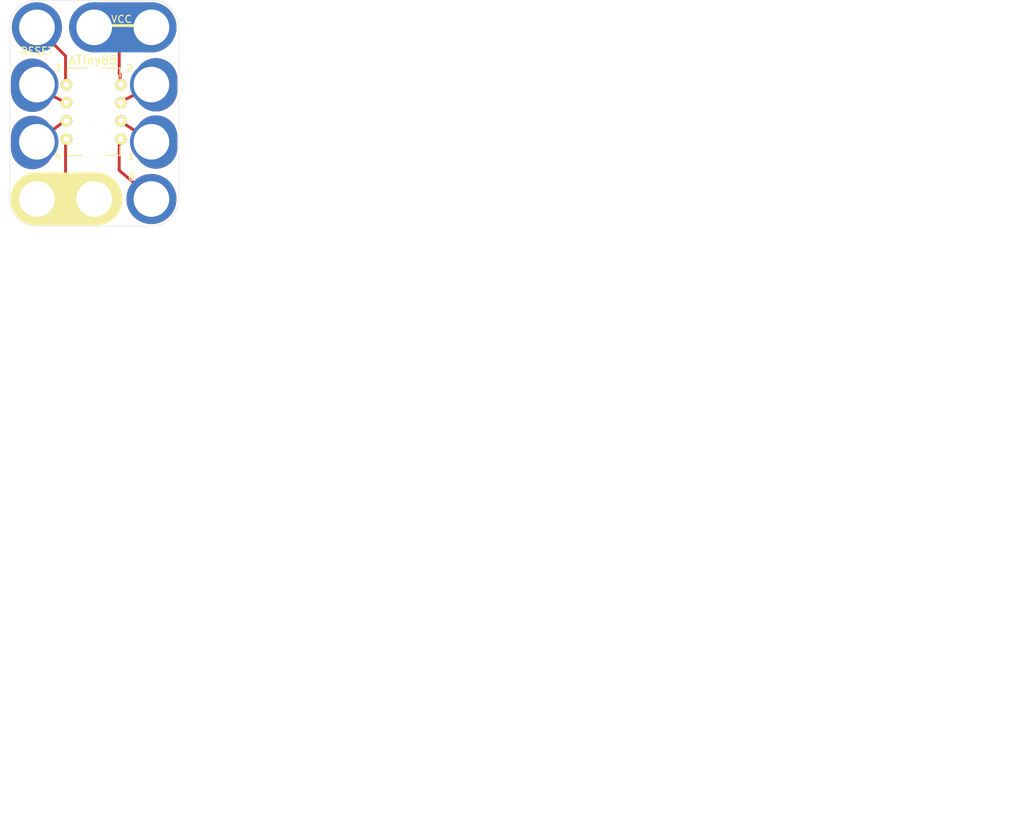
<source format=kicad_pcb>
(kicad_pcb (version 4) (host pcbnew 4.0.7-e2-6376~58~ubuntu16.04.1)

  (general
    (links 10)
    (no_connects 9)
    (area -0.889 51.067399 141.955759 168.0972)
    (thickness 1.6)
    (drawings 1)
    (tracks 1)
    (zones 0)
    (modules 1)
    (nets 9)
  )

  (page USLetter)
  (title_block
    (title "3x4 ATtiny85 8DIP Breakout Module")
    (date "18 Jan 2017")
    (rev 1.0)
    (company "All rights reserved.")
    (comment 1 help@browndoggadgets.com)
    (comment 2 http://browndoggadgets.com/)
    (comment 3 "Brown Dog Gadgets")
  )

  (layers
    (0 F.Cu signal)
    (31 B.Cu signal)
    (34 B.Paste user)
    (35 F.Paste user)
    (36 B.SilkS user)
    (37 F.SilkS user)
    (38 B.Mask user)
    (39 F.Mask user)
    (40 Dwgs.User user)
    (44 Edge.Cuts user)
    (46 B.CrtYd user)
    (47 F.CrtYd user)
    (48 B.Fab user)
    (49 F.Fab user)
  )

  (setup
    (last_trace_width 0.254)
    (user_trace_width 0.1524)
    (user_trace_width 0.254)
    (user_trace_width 0.3302)
    (user_trace_width 0.508)
    (user_trace_width 0.762)
    (user_trace_width 1.27)
    (trace_clearance 0.254)
    (zone_clearance 0.508)
    (zone_45_only no)
    (trace_min 0.1524)
    (segment_width 0.1524)
    (edge_width 0.1524)
    (via_size 0.6858)
    (via_drill 0.3302)
    (via_min_size 0.6858)
    (via_min_drill 0.3302)
    (user_via 0.6858 0.3302)
    (user_via 0.762 0.4064)
    (user_via 0.8636 0.508)
    (uvia_size 0.6858)
    (uvia_drill 0.3302)
    (uvias_allowed no)
    (uvia_min_size 0)
    (uvia_min_drill 0)
    (pcb_text_width 0.1524)
    (pcb_text_size 1.016 1.016)
    (mod_edge_width 0.1524)
    (mod_text_size 1.016 1.016)
    (mod_text_width 0.1524)
    (pad_size 6 6)
    (pad_drill 4.98)
    (pad_to_mask_clearance 0.0762)
    (solder_mask_min_width 0.1016)
    (pad_to_paste_clearance -0.0762)
    (aux_axis_origin 0 0)
    (visible_elements FFFEDF7D)
    (pcbplotparams
      (layerselection 0x310fc_80000001)
      (usegerberextensions true)
      (excludeedgelayer true)
      (linewidth 0.100000)
      (plotframeref false)
      (viasonmask false)
      (mode 1)
      (useauxorigin false)
      (hpglpennumber 1)
      (hpglpenspeed 20)
      (hpglpendiameter 15)
      (hpglpenoverlay 2)
      (psnegative false)
      (psa4output false)
      (plotreference true)
      (plotvalue true)
      (plotinvisibletext false)
      (padsonsilk false)
      (subtractmaskfromsilk false)
      (outputformat 1)
      (mirror false)
      (drillshape 0)
      (scaleselection 1)
      (outputdirectory gerbers))
  )

  (net 0 "")
  (net 1 "Net-(U1-Pad1)")
  (net 2 "Net-(U1-Pad2)")
  (net 3 "Net-(U1-Pad3)")
  (net 4 "Net-(U1-Pad4)")
  (net 5 "Net-(U1-Pad5)")
  (net 6 "Net-(U1-Pad6)")
  (net 7 "Net-(U1-Pad7)")
  (net 8 "Net-(U1-Pad8)")

  (net_class Default "This is the default net class."
    (clearance 0.254)
    (trace_width 0.254)
    (via_dia 0.6858)
    (via_drill 0.3302)
    (uvia_dia 0.6858)
    (uvia_drill 0.3302)
    (add_net "Net-(U1-Pad1)")
    (add_net "Net-(U1-Pad2)")
    (add_net "Net-(U1-Pad3)")
    (add_net "Net-(U1-Pad4)")
    (add_net "Net-(U1-Pad5)")
    (add_net "Net-(U1-Pad6)")
    (add_net "Net-(U1-Pad7)")
    (add_net "Net-(U1-Pad8)")
  )

  (module Crazy_Circuits:DIP8-3x4-ATtiny85 (layer F.Cu) (tedit 59D934EB) (tstamp 58FBB664)
    (at 4.2692 79.1464)
    (descr "8-lead dip package, row spacing 7.62 mm (300 mils)")
    (tags "dil dip 2.54 300")
    (path /5880402D)
    (fp_text reference U1 (at 8.377 -12) (layer F.Fab)
      (effects (font (size 1 1) (thickness 0.15)))
    )
    (fp_text value ATTINY85-P (at 0 -4) (layer B.SilkS) hide
      (effects (font (size 1 1) (thickness 0.15)) (justify mirror))
    )
    (fp_line (start -0.635 -16.637) (end -0.635 -15.1765) (layer B.Cu) (width 6))
    (fp_arc (start 8.382 -18.415) (end 9.652 -18.415) (angle 180) (layer F.Fab) (width 0.1))
    (fp_line (start 12.192 -18.415) (end 3.937 -18.415) (layer F.Fab) (width 0.1))
    (fp_line (start 12.192 -5.715) (end 12.192 -18.415) (layer F.Fab) (width 0.1))
    (fp_line (start 3.937 -5.715) (end 12.192 -5.715) (layer F.Fab) (width 0.1))
    (fp_line (start 3.937 -18.415) (end 3.937 -5.715) (layer F.Fab) (width 0.1))
    (fp_text user ATiny85 (at 7.8232 -19.4056) (layer F.SilkS)
      (effects (font (size 1.2 1.2) (thickness 0.2)))
    )
    (fp_line (start 0 0) (end 8 0) (layer B.Cu) (width 7))
    (fp_line (start 4 -11) (end 0 -8) (layer F.Cu) (width 0.4064))
    (fp_line (start 0 -15.5) (end 4 -13.5) (layer F.Cu) (width 0.4064))
    (fp_line (start 4 -20) (end 0 -24) (layer F.Cu) (width 0.4064))
    (fp_line (start 4 -16) (end 4 -20) (layer F.Cu) (width 0.4064))
    (fp_line (start 8 -24.25) (end 16 -24.25) (layer F.Cu) (width 0.4064))
    (fp_line (start 11.5 -17.5) (end 11.5 -24.25) (layer F.Cu) (width 0.4064))
    (fp_line (start 11.5 -13.5) (end 16 -15.75) (layer F.Cu) (width 0.4064))
    (fp_line (start 11.5 -11) (end 16 -8) (layer F.Cu) (width 0.4064))
    (fp_line (start 11.5 -4) (end 16.25 0) (layer F.Cu) (width 0.4064))
    (fp_line (start 11.5 -8.5) (end 11.5 -4) (layer F.Cu) (width 0.4064))
    (fp_line (start 0 0) (end 8.25 0) (layer F.SilkS) (width 7.4))
    (fp_line (start 4 -8.25) (end 4 0) (layer F.Cu) (width 0.4064))
    (fp_line (start 11.627 -17.5) (end 11.627 -16) (layer F.Cu) (width 0.4064))
    (fp_text user %R (at 8.127 -16 90) (layer F.Fab) hide
      (effects (font (size 1 1) (thickness 0.15)))
    )
    (fp_line (start 0 3.8) (end 16 3.8) (layer Edge.Cuts) (width 0.05))
    (fp_line (start -3.8 -24) (end -3.8 0) (layer Edge.Cuts) (width 0.05))
    (fp_line (start 19.8 -24) (end 19.8 0) (layer Edge.Cuts) (width 0.05))
    (fp_line (start 0 -27.8) (end 16 -27.8) (layer Edge.Cuts) (width 0.05))
    (fp_arc (start 0 -24) (end -3.8 -24) (angle 90) (layer Edge.Cuts) (width 0.05))
    (fp_arc (start 0 0) (end 0 3.8) (angle 90) (layer Edge.Cuts) (width 0.05))
    (fp_arc (start 16 0) (end 19.8 0) (angle 90) (layer Edge.Cuts) (width 0.05))
    (fp_arc (start 16 -24) (end 16 -27.8) (angle 90) (layer Edge.Cuts) (width 0.05))
    (fp_line (start 0 3.8) (end 16 3.8) (layer F.Fab) (width 0.05))
    (fp_line (start -3.8 -24) (end -3.8 0) (layer F.Fab) (width 0.05))
    (fp_line (start 19.8 -24) (end 19.8 0) (layer F.Fab) (width 0.05))
    (fp_line (start 0 -27.8) (end 16 -27.8) (layer F.Fab) (width 0.05))
    (fp_arc (start 0 -24) (end -3.8 -24) (angle 90) (layer F.Fab) (width 0.05))
    (fp_arc (start 0 0) (end 0 3.8) (angle 90) (layer F.Fab) (width 0.05))
    (fp_arc (start 16 0) (end 19.8 0) (angle 90) (layer F.Fab) (width 0.05))
    (fp_arc (start 16 -24) (end 16 -27.8) (angle 90) (layer F.Fab) (width 0.05))
    (fp_line (start 4.262 -18.295) (end 4.262 -17.025) (layer F.SilkS) (width 0.15))
    (fp_line (start 11.612 -18.295) (end 11.612 -17.025) (layer F.SilkS) (width 0.15))
    (fp_line (start 11.612 -6.085) (end 11.612 -7.355) (layer F.SilkS) (width 0.15))
    (fp_line (start 4.262 -6.085) (end 4.262 -7.355) (layer F.SilkS) (width 0.15))
    (fp_line (start 4.262 -18.295) (end 11.612 -18.295) (layer F.SilkS) (width 0.15))
    (fp_line (start 4.262 -6.085) (end 11.612 -6.085) (layer F.SilkS) (width 0.15))
    (fp_text user VCC (at 11.811 -25.146) (layer F.SilkS)
      (effects (font (size 1 1) (thickness 0.15)))
    )
    (fp_line (start 8 -24.25) (end 16.25 -24.25) (layer F.SilkS) (width 0.4064))
    (fp_text user 3 (at 2.921 -18.288 180) (layer F.SilkS)
      (effects (font (size 1 1) (thickness 0.15)))
    )
    (fp_line (start 0 0) (end 8 0) (layer B.Mask) (width 7))
    (fp_text user RESET (at 0 -20.701 180) (layer F.SilkS)
      (effects (font (size 1 1) (thickness 0.15)))
    )
    (fp_text user 4 (at 2.921 -5.969 180) (layer F.SilkS)
      (effects (font (size 1 1) (thickness 0.15)))
    )
    (fp_text user 1 (at 13.208 -5.969 180) (layer F.SilkS)
      (effects (font (size 1 1) (thickness 0.15)))
    )
    (fp_text user 0 (at 13.208 -3.048) (layer F.SilkS)
      (effects (font (size 1 1) (thickness 0.15)))
    )
    (fp_line (start 8.001 -24.003) (end 16.001 -24.003) (layer B.Cu) (width 7))
    (fp_line (start 8.001 -24.003) (end 16.001 -24.003) (layer B.Mask) (width 7))
    (fp_arc (start -0.054702 -16.019596) (end 0 -13.081) (angle 182.1) (layer B.Mask) (width 1))
    (fp_arc (start 0 -24.003) (end -2.413 -22.225) (angle 250.7646874) (layer F.Mask) (width 1))
    (fp_arc (start 8.001 -24.003) (end 10.668 -22.606) (angle 276.7343407) (layer F.Mask) (width 1))
    (fp_arc (start 16.002 -24.003) (end 13.97 -26.162) (angle 288.820355) (layer F.Mask) (width 1))
    (fp_arc (start 15.984404 0) (end 16.129 -2.921) (angle 293.7311047) (layer F.Mask) (width 1))
    (fp_arc (start -0.054702 -8.018596) (end 0 -5.08) (angle 182.1) (layer B.Mask) (width 1))
    (fp_line (start -0.635 -8.636) (end -0.635 -7.1755) (layer B.Cu) (width 6))
    (fp_line (start 16.637 -7.239) (end 16.637 -8.6995) (layer B.Cu) (width 6))
    (fp_arc (start 16.056702 -7.856404) (end 16.002 -10.795) (angle 182.1) (layer B.Mask) (width 1))
    (fp_line (start 16.637 -15.24) (end 16.637 -16.7005) (layer B.Cu) (width 6))
    (fp_arc (start 16.056702 -15.857404) (end 16.002 -18.796) (angle 182.1) (layer B.Mask) (width 1))
    (fp_line (start 16.637 -15.24) (end 16.637 -16.7005) (layer F.Cu) (width 6))
    (fp_arc (start 16.056702 -15.857404) (end 16.002 -18.796) (angle 182.1457648) (layer F.Mask) (width 1))
    (fp_line (start 16.637 -7.239) (end 16.637 -8.6995) (layer F.Cu) (width 6))
    (fp_arc (start 16.056702 -7.856404) (end 16.002 -10.795) (angle 182.1457648) (layer F.Mask) (width 1))
    (fp_line (start -0.635 -16.637) (end -0.635 -15.1765) (layer F.Cu) (width 6))
    (fp_arc (start -0.054702 -16.019596) (end 0 -13.081) (angle 182.1457648) (layer F.Mask) (width 1))
    (fp_line (start -0.635 -8.636) (end -0.635 -7.1755) (layer F.Cu) (width 6))
    (fp_arc (start -0.054702 -8.018596) (end 0 -5.08) (angle 182.1457648) (layer F.Mask) (width 1))
    (fp_text user 2 (at 12.954 -18.288) (layer F.SilkS)
      (effects (font (size 1 1) (thickness 0.15)))
    )
    (pad 1 thru_hole oval (at 4.127 -16) (size 1.6 1.6) (drill 0.8) (layers *.Cu *.Mask F.SilkS)
      (net 1 "Net-(U1-Pad1)"))
    (pad 2 thru_hole oval (at 4.127 -13.46) (size 1.6 1.6) (drill 0.8) (layers *.Cu *.Mask F.SilkS)
      (net 2 "Net-(U1-Pad2)"))
    (pad 3 thru_hole oval (at 4.127 -10.92) (size 1.6 1.6) (drill 0.8) (layers *.Cu *.Mask F.SilkS)
      (net 3 "Net-(U1-Pad3)"))
    (pad 4 thru_hole oval (at 4.127 -8.38) (size 1.6 1.6) (drill 0.8) (layers *.Cu *.Mask F.SilkS)
      (net 4 "Net-(U1-Pad4)"))
    (pad 5 thru_hole oval (at 11.747 -8.38) (size 1.6 1.6) (drill 0.8) (layers *.Cu *.Mask F.SilkS)
      (net 5 "Net-(U1-Pad5)"))
    (pad 6 thru_hole oval (at 11.747 -10.92) (size 1.6 1.6) (drill 0.8) (layers *.Cu *.Mask F.SilkS)
      (net 6 "Net-(U1-Pad6)"))
    (pad 7 thru_hole oval (at 11.747 -13.46) (size 1.6 1.6) (drill 0.8) (layers *.Cu *.Mask F.SilkS)
      (net 7 "Net-(U1-Pad7)"))
    (pad 8 thru_hole oval (at 11.747 -16) (size 1.6 1.6) (drill 0.8) (layers *.Cu *.Mask F.SilkS)
      (net 8 "Net-(U1-Pad8)"))
    (pad 4 thru_hole circle (at 0 0 270) (size 7 7) (drill 4.98) (layers *.Cu B.Mask)
      (net 4 "Net-(U1-Pad4)"))
    (pad "" np_thru_hole circle (at 8.127 -16 270) (size 4.98 4.98) (drill 4.98) (layers *.Cu *.Mask))
    (pad 2 thru_hole circle (at 0 -16 270) (size 6 6) (drill 4.98) (layers *.Cu)
      (net 2 "Net-(U1-Pad2)"))
    (pad 3 thru_hole circle (at 0 -8 270) (size 6 6) (drill 4.98) (layers *.Cu)
      (net 3 "Net-(U1-Pad3)"))
    (pad "" np_thru_hole circle (at 8.127 -8 270) (size 4.98 4.98) (drill 4.98) (layers *.Cu *.Mask F.SilkS))
    (pad 4 thru_hole circle (at 8 0 270) (size 7 7) (drill 4.98) (layers *.Cu B.Mask)
      (net 4 "Net-(U1-Pad4)"))
    (pad 1 thru_hole circle (at 0 -24 270) (size 7 7) (drill 4.98) (layers *.Cu B.Mask)
      (net 1 "Net-(U1-Pad1)"))
    (pad 7 thru_hole circle (at 16 -16 270) (size 6 6) (drill 4.98) (layers *.Cu)
      (net 7 "Net-(U1-Pad7)"))
    (pad 5 thru_hole circle (at 16 0 270) (size 7 7) (drill 4.98) (layers *.Cu B.Mask)
      (net 5 "Net-(U1-Pad5)"))
    (pad 6 thru_hole circle (at 16 -8 270) (size 6 6) (drill 4.98) (layers *.Cu)
      (net 6 "Net-(U1-Pad6)"))
    (pad 8 thru_hole circle (at 16 -24 270) (size 7 7) (drill 4.98) (layers *.Cu B.Mask)
      (net 8 "Net-(U1-Pad8)"))
    (pad 8 thru_hole circle (at 8 -24 270) (size 7 7) (drill 4.98) (layers *.Cu B.Mask)
      (net 8 "Net-(U1-Pad8)"))
    (model Housings_DIP.3dshapes/DIP-8_W7.62mm.wrl
      (at (xyz 0 0 0))
      (scale (xyz 1 1 1))
      (rotate (xyz 0 0 0))
    )
  )

  (gr_text "FABRICATION NOTES\n\n1. THIS IS A 2 LAYER BOARD. \n2. EXTERNAL LAYERS SHALL HAVE 1 OZ COPPER.\n3. MATERIAL: FR4 AND 0.062 INCH +/- 10% THICK.\n4. BOARDS SHALL BE ROHS COMPLIANT. \n5. MANUFACTURE IN ACCORDANCE WITH IPC-6012 CLASS 2\n6. MASK: BOTH SIDES OF THE BOARD SHALL HAVE \n   SOLDER MASK (GREEN) OVER BARE COPPER. \n7. SILK: BOTH SIDES OF THE BOARD SHALL HAVE WHITE SILK. \n   DO NOT PLACE SILK OVER BARE COPPER.\n8. FINISH: ENIG.\n9. MINIMUM TRACE WIDTH - 0.006 INCH.\n   MINIMUM SPACE - 0.006 INCH.\n   MINIMUM HOLE DIA - 0.013 INCH. \n10. MAX HOLE PLACEMENT TOLERANCE OF +/- 0.003 INCH.\n11. MAX HOLE DIAMETER TOLERANCE OF +/- 0.003 INCH AFTER PLATING." (at -0.889 133.4262) (layer Dwgs.User)
    (effects (font (size 2.54 2.54) (thickness 0.254)) (justify left))
  )

  (segment (start 4.2692 79.1464) (end 12.2692 79.1464) (width 0.5) (layer F.Cu) (net 4))

)

</source>
